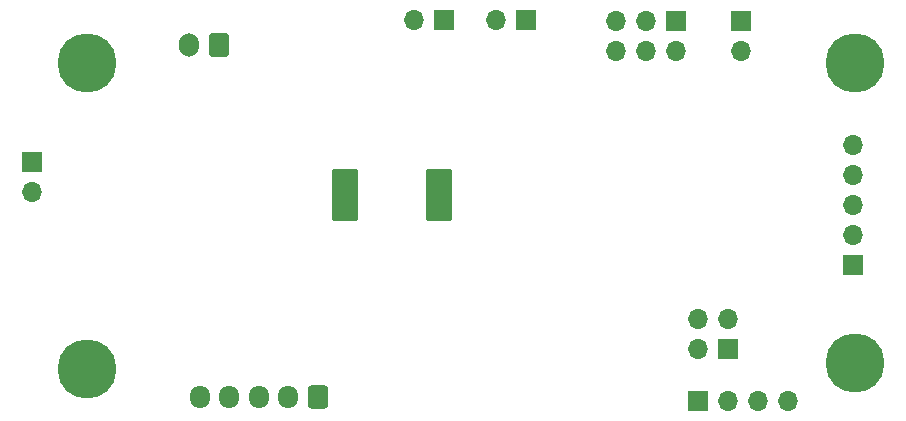
<source format=gbr>
%TF.GenerationSoftware,KiCad,Pcbnew,8.0.5*%
%TF.CreationDate,2024-11-08T12:04:52+01:00*%
%TF.ProjectId,SMD-Loetstation_v2,534d442d-4c6f-4657-9473-746174696f6e,rev?*%
%TF.SameCoordinates,Original*%
%TF.FileFunction,Soldermask,Bot*%
%TF.FilePolarity,Negative*%
%FSLAX46Y46*%
G04 Gerber Fmt 4.6, Leading zero omitted, Abs format (unit mm)*
G04 Created by KiCad (PCBNEW 8.0.5) date 2024-11-08 12:04:52*
%MOMM*%
%LPD*%
G01*
G04 APERTURE LIST*
G04 Aperture macros list*
%AMRoundRect*
0 Rectangle with rounded corners*
0 $1 Rounding radius*
0 $2 $3 $4 $5 $6 $7 $8 $9 X,Y pos of 4 corners*
0 Add a 4 corners polygon primitive as box body*
4,1,4,$2,$3,$4,$5,$6,$7,$8,$9,$2,$3,0*
0 Add four circle primitives for the rounded corners*
1,1,$1+$1,$2,$3*
1,1,$1+$1,$4,$5*
1,1,$1+$1,$6,$7*
1,1,$1+$1,$8,$9*
0 Add four rect primitives between the rounded corners*
20,1,$1+$1,$2,$3,$4,$5,0*
20,1,$1+$1,$4,$5,$6,$7,0*
20,1,$1+$1,$6,$7,$8,$9,0*
20,1,$1+$1,$8,$9,$2,$3,0*%
G04 Aperture macros list end*
%ADD10C,5.000000*%
%ADD11R,1.700000X1.700000*%
%ADD12O,1.700000X1.700000*%
%ADD13RoundRect,0.250000X0.600000X0.750000X-0.600000X0.750000X-0.600000X-0.750000X0.600000X-0.750000X0*%
%ADD14O,1.700000X2.000000*%
%ADD15RoundRect,0.250000X0.600000X0.725000X-0.600000X0.725000X-0.600000X-0.725000X0.600000X-0.725000X0*%
%ADD16O,1.700000X1.950000*%
%ADD17RoundRect,0.102000X1.000000X-2.100000X1.000000X2.100000X-1.000000X2.100000X-1.000000X-2.100000X0*%
G04 APERTURE END LIST*
D10*
%TO.C,H1*%
X106197400Y-78695800D03*
%TD*%
D11*
%TO.C,J2*%
X157962600Y-107308900D03*
D12*
X160502600Y-107308900D03*
X163042600Y-107308900D03*
X165582600Y-107308900D03*
%TD*%
D11*
%TO.C,J8*%
X161569400Y-75139800D03*
D12*
X161569400Y-77679800D03*
%TD*%
D11*
%TO.C,J4*%
X143383000Y-75082400D03*
D12*
X140843000Y-75082400D03*
%TD*%
D10*
%TO.C,H3*%
X106197400Y-104603800D03*
%TD*%
D11*
%TO.C,J7*%
X156108400Y-75139800D03*
D12*
X156108400Y-77679800D03*
X153568400Y-75139800D03*
X153568400Y-77679800D03*
X151028400Y-75139800D03*
X151028400Y-77679800D03*
%TD*%
D13*
%TO.C,J1*%
X117373400Y-77171800D03*
D14*
X114873400Y-77171800D03*
%TD*%
D10*
%TO.C,H2*%
X171221400Y-104095800D03*
%TD*%
D11*
%TO.C,J10*%
X101523800Y-87117000D03*
D12*
X101523800Y-89657000D03*
%TD*%
D11*
%TO.C,J3*%
X136423400Y-75031600D03*
D12*
X133883400Y-75031600D03*
%TD*%
D11*
%TO.C,J5*%
X171094400Y-95840800D03*
D12*
X171094400Y-93300800D03*
X171094400Y-90760800D03*
X171094400Y-88220800D03*
X171094400Y-85680800D03*
%TD*%
D10*
%TO.C,H4*%
X171221400Y-78695800D03*
%TD*%
D15*
%TO.C,J6*%
X125740800Y-107010200D03*
D16*
X123240800Y-107010200D03*
X120740800Y-107010200D03*
X118240800Y-107010200D03*
X115740800Y-107010200D03*
%TD*%
D11*
%TO.C,J9*%
X160502600Y-102876600D03*
D12*
X157962600Y-102876600D03*
X160502600Y-100336600D03*
X157962600Y-100336600D03*
%TD*%
D17*
%TO.C,LS1*%
X136042400Y-89871800D03*
X128042400Y-89871800D03*
%TD*%
M02*

</source>
